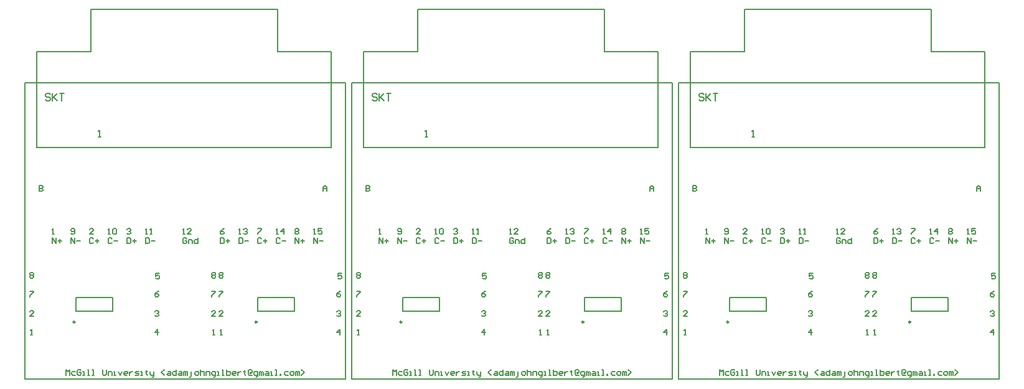
<source format=gto>
%FSLAX24Y24*%
%MOIN*%
G70*
G01*
G75*
G04 Layer_Color=65535*
%ADD10O,0.0236X0.0866*%
%ADD11C,0.0250*%
%ADD12C,0.1000*%
%ADD13C,0.0800*%
%ADD14R,0.0630X0.0630*%
%ADD15C,0.0630*%
%ADD16C,0.1700*%
%ADD17C,0.0098*%
%ADD18C,0.0080*%
%ADD19C,0.0079*%
%ADD20C,0.0050*%
D17*
X26015Y33505D02*
G03*
X26015Y33505I-49J0D01*
G01*
X16265D02*
G03*
X16265Y33505I-49J0D01*
G01*
X43515D02*
G03*
X43515Y33505I-49J0D01*
G01*
X33765D02*
G03*
X33765Y33505I-49J0D01*
G01*
X61015D02*
G03*
X61015Y33505I-49J0D01*
G01*
X51265D02*
G03*
X51265Y33505I-49J0D01*
G01*
D18*
X17110Y50233D02*
X27110D01*
X17110Y47983D02*
Y50233D01*
X14235Y47983D02*
X17110D01*
X14235Y42857D02*
Y47983D01*
Y42857D02*
X29985D01*
Y47983D01*
X27110D02*
X29985D01*
X27110D02*
Y50233D01*
X13600Y30450D02*
X30750D01*
X13600Y46300D02*
X30750D01*
Y30450D02*
Y46300D01*
X13600Y30450D02*
Y46300D01*
X17520Y43412D02*
X17645D01*
X17582D01*
Y43787D01*
X17520Y43725D01*
X14938Y45674D02*
X14875Y45736D01*
X14750D01*
X14688Y45674D01*
Y45611D01*
X14750Y45549D01*
X14875D01*
X14938Y45486D01*
Y45424D01*
X14875Y45361D01*
X14750D01*
X14688Y45424D01*
X15063Y45736D02*
Y45361D01*
Y45486D01*
X15313Y45736D01*
X15125Y45549D01*
X15313Y45361D01*
X15438Y45736D02*
X15688D01*
X15563D01*
Y45361D01*
X34610Y50233D02*
X44610D01*
X34610Y47983D02*
Y50233D01*
X31735Y47983D02*
X34610D01*
X31735Y42857D02*
Y47983D01*
Y42857D02*
X47485D01*
Y47983D01*
X44610D02*
X47485D01*
X44610D02*
Y50233D01*
X31100Y30450D02*
X48250D01*
X31100Y46300D02*
X48250D01*
Y30450D02*
Y46300D01*
X31100Y30450D02*
Y46300D01*
X35020Y43412D02*
X35145D01*
X35082D01*
Y43787D01*
X35020Y43725D01*
X32438Y45674D02*
X32375Y45736D01*
X32250D01*
X32188Y45674D01*
Y45611D01*
X32250Y45549D01*
X32375D01*
X32438Y45486D01*
Y45424D01*
X32375Y45361D01*
X32250D01*
X32188Y45424D01*
X32563Y45736D02*
Y45361D01*
Y45486D01*
X32813Y45736D01*
X32625Y45549D01*
X32813Y45361D01*
X32938Y45736D02*
X33188D01*
X33063D01*
Y45361D01*
X52110Y50233D02*
X62110D01*
X52110Y47983D02*
Y50233D01*
X49235Y47983D02*
X52110D01*
X49235Y42857D02*
Y47983D01*
Y42857D02*
X64985D01*
Y47983D01*
X62110D02*
X64985D01*
X62110D02*
Y50233D01*
X48600Y30450D02*
X65750D01*
X48600Y46300D02*
X65750D01*
Y30450D02*
Y46300D01*
X48600Y30450D02*
Y46300D01*
X52520Y43412D02*
X52645D01*
X52582D01*
Y43787D01*
X52520Y43725D01*
X49938Y45674D02*
X49875Y45736D01*
X49750D01*
X49688Y45674D01*
Y45611D01*
X49750Y45549D01*
X49875D01*
X49938Y45486D01*
Y45424D01*
X49875Y45361D01*
X49750D01*
X49688Y45424D01*
X50063Y45736D02*
Y45361D01*
Y45486D01*
X50313Y45736D01*
X50125Y45549D01*
X50313Y45361D01*
X50438Y45736D02*
X50688D01*
X50563D01*
Y45361D01*
D19*
X26066Y34096D02*
X28034D01*
X26066Y34804D02*
X28034D01*
X26066Y34096D02*
Y34804D01*
X28034Y34096D02*
Y34804D01*
X16316Y34096D02*
X18284D01*
X16316Y34804D02*
X18284D01*
X16316Y34096D02*
Y34804D01*
X18284Y34096D02*
Y34804D01*
X43566Y34096D02*
X45534D01*
X43566Y34804D02*
X45534D01*
X43566Y34096D02*
Y34804D01*
X45534Y34096D02*
Y34804D01*
X33816Y34096D02*
X35784D01*
X33816Y34804D02*
X35784D01*
X33816Y34096D02*
Y34804D01*
X35784Y34096D02*
Y34804D01*
X61066Y34096D02*
X63034D01*
X61066Y34804D02*
X63034D01*
X61066Y34096D02*
Y34804D01*
X63034Y34096D02*
Y34804D01*
X51316Y34096D02*
X53284D01*
X51316Y34804D02*
X53284D01*
X51316Y34096D02*
Y34804D01*
X53284Y34096D02*
Y34804D01*
D20*
X15050Y38200D02*
X15150D01*
X15100D01*
Y38500D01*
X15050Y38450D01*
X19050D02*
X19100Y38500D01*
X19200D01*
X19250Y38450D01*
Y38400D01*
X19200Y38350D01*
X19150D01*
X19200D01*
X19250Y38300D01*
Y38250D01*
X19200Y38200D01*
X19100D01*
X19050Y38250D01*
X16050D02*
X16100Y38200D01*
X16200D01*
X16250Y38250D01*
Y38450D01*
X16200Y38500D01*
X16100D01*
X16050Y38450D01*
Y38400D01*
X16100Y38350D01*
X16250D01*
X17250Y38200D02*
X17050D01*
X17250Y38400D01*
Y38450D01*
X17200Y38500D01*
X17100D01*
X17050Y38450D01*
X18050Y38200D02*
X18150D01*
X18100D01*
Y38500D01*
X18050Y38450D01*
X18300D02*
X18350Y38500D01*
X18450D01*
X18500Y38450D01*
Y38250D01*
X18450Y38200D01*
X18350D01*
X18300Y38250D01*
Y38450D01*
X20050Y38200D02*
X20150D01*
X20100D01*
Y38500D01*
X20050Y38450D01*
X20300Y38200D02*
X20400D01*
X20350D01*
Y38500D01*
X20300Y38450D01*
X22050Y38200D02*
X22150D01*
X22100D01*
Y38500D01*
X22050Y38450D01*
X22500Y38200D02*
X22300D01*
X22500Y38400D01*
Y38450D01*
X22450Y38500D01*
X22350D01*
X22300Y38450D01*
X24250Y38500D02*
X24150Y38450D01*
X24050Y38350D01*
Y38250D01*
X24100Y38200D01*
X24200D01*
X24250Y38250D01*
Y38300D01*
X24200Y38350D01*
X24050D01*
X25050Y38200D02*
X25150D01*
X25100D01*
Y38500D01*
X25050Y38450D01*
X25300D02*
X25350Y38500D01*
X25450D01*
X25500Y38450D01*
Y38400D01*
X25450Y38350D01*
X25400D01*
X25450D01*
X25500Y38300D01*
Y38250D01*
X25450Y38200D01*
X25350D01*
X25300Y38250D01*
X26050Y38500D02*
X26250D01*
Y38450D01*
X26050Y38250D01*
Y38200D01*
X27050D02*
X27150D01*
X27100D01*
Y38500D01*
X27050Y38450D01*
X27450Y38200D02*
Y38500D01*
X27300Y38350D01*
X27500D01*
X28050Y38450D02*
X28100Y38500D01*
X28200D01*
X28250Y38450D01*
Y38400D01*
X28200Y38350D01*
X28250Y38300D01*
Y38250D01*
X28200Y38200D01*
X28100D01*
X28050Y38250D01*
Y38300D01*
X28100Y38350D01*
X28050Y38400D01*
Y38450D01*
X28100Y38350D02*
X28200D01*
X29050Y38200D02*
X29150D01*
X29100D01*
Y38500D01*
X29050Y38450D01*
X29500Y38500D02*
X29300D01*
Y38350D01*
X29400Y38400D01*
X29450D01*
X29500Y38350D01*
Y38250D01*
X29450Y38200D01*
X29350D01*
X29300Y38250D01*
X29050Y37700D02*
Y38000D01*
X29250Y37700D01*
Y38000D01*
X29350Y37850D02*
X29550D01*
X28050Y37700D02*
Y38000D01*
X28250Y37700D01*
Y38000D01*
X28350Y37850D02*
X28550D01*
X28450Y37950D02*
Y37750D01*
X27250Y37950D02*
X27200Y38000D01*
X27100D01*
X27050Y37950D01*
Y37750D01*
X27100Y37700D01*
X27200D01*
X27250Y37750D01*
X27350Y37850D02*
X27550D01*
X26250Y37950D02*
X26200Y38000D01*
X26100D01*
X26050Y37950D01*
Y37750D01*
X26100Y37700D01*
X26200D01*
X26250Y37750D01*
X26350Y37850D02*
X26550D01*
X26450Y37950D02*
Y37750D01*
X25050Y38000D02*
Y37700D01*
X25200D01*
X25250Y37750D01*
Y37950D01*
X25200Y38000D01*
X25050D01*
X25350Y37850D02*
X25550D01*
X24050Y38000D02*
Y37700D01*
X24200D01*
X24250Y37750D01*
Y37950D01*
X24200Y38000D01*
X24050D01*
X24350Y37850D02*
X24550D01*
X24450Y37950D02*
Y37750D01*
X22250Y37950D02*
X22200Y38000D01*
X22100D01*
X22050Y37950D01*
Y37750D01*
X22100Y37700D01*
X22200D01*
X22250Y37750D01*
Y37850D01*
X22150D01*
X22350Y37700D02*
Y37900D01*
X22500D01*
X22550Y37850D01*
Y37700D01*
X22850Y38000D02*
Y37700D01*
X22700D01*
X22650Y37750D01*
Y37850D01*
X22700Y37900D01*
X22850D01*
X20050Y38000D02*
Y37700D01*
X20200D01*
X20250Y37750D01*
Y37950D01*
X20200Y38000D01*
X20050D01*
X20350Y37850D02*
X20550D01*
X18250Y37950D02*
X18200Y38000D01*
X18100D01*
X18050Y37950D01*
Y37750D01*
X18100Y37700D01*
X18200D01*
X18250Y37750D01*
X18350Y37850D02*
X18550D01*
X17250Y37950D02*
X17200Y38000D01*
X17100D01*
X17050Y37950D01*
Y37750D01*
X17100Y37700D01*
X17200D01*
X17250Y37750D01*
X17350Y37850D02*
X17550D01*
X17450Y37950D02*
Y37750D01*
X16050Y37700D02*
Y38000D01*
X16250Y37700D01*
Y38000D01*
X16350Y37850D02*
X16550D01*
X19050Y38000D02*
Y37700D01*
X19200D01*
X19250Y37750D01*
Y37950D01*
X19200Y38000D01*
X19050D01*
X19350Y37850D02*
X19550D01*
X19450Y37950D02*
Y37750D01*
X15050Y37700D02*
Y38000D01*
X15250Y37700D01*
Y38000D01*
X15350Y37850D02*
X15550D01*
X15450Y37950D02*
Y37750D01*
X14350Y40800D02*
Y40500D01*
X14500D01*
X14550Y40550D01*
Y40600D01*
X14500Y40650D01*
X14350D01*
X14500D01*
X14550Y40700D01*
Y40750D01*
X14500Y40800D01*
X14350D01*
X29550Y40500D02*
Y40700D01*
X29650Y40800D01*
X29750Y40700D01*
Y40500D01*
Y40650D01*
X29550D01*
X13900Y32800D02*
X14000D01*
X13950D01*
Y33100D01*
X13900Y33050D01*
X20700Y32800D02*
Y33100D01*
X20550Y32950D01*
X20750D01*
X13850Y36100D02*
X13900Y36150D01*
X14000D01*
X14050Y36100D01*
Y36050D01*
X14000Y36000D01*
X14050Y35950D01*
Y35900D01*
X14000Y35850D01*
X13900D01*
X13850Y35900D01*
Y35950D01*
X13900Y36000D01*
X13850Y36050D01*
Y36100D01*
X13900Y36000D02*
X14000D01*
X20800Y36100D02*
X20600D01*
Y35950D01*
X20700Y36000D01*
X20750D01*
X20800Y35950D01*
Y35850D01*
X20750Y35800D01*
X20650D01*
X20600Y35850D01*
X14050Y33800D02*
X13850D01*
X14050Y34000D01*
Y34050D01*
X14000Y34100D01*
X13900D01*
X13850Y34050D01*
X20550D02*
X20600Y34100D01*
X20700D01*
X20750Y34050D01*
Y34000D01*
X20700Y33950D01*
X20650D01*
X20700D01*
X20750Y33900D01*
Y33850D01*
X20700Y33800D01*
X20600D01*
X20550Y33850D01*
X20750Y35150D02*
X20650Y35100D01*
X20550Y35000D01*
Y34900D01*
X20600Y34850D01*
X20700D01*
X20750Y34900D01*
Y34950D01*
X20700Y35000D01*
X20550D01*
X13850Y35150D02*
X14050D01*
Y35100D01*
X13850Y34900D01*
Y34850D01*
X24050Y32800D02*
X24150D01*
X24100D01*
Y33100D01*
X24050Y33050D01*
X24000Y36100D02*
X24050Y36150D01*
X24150D01*
X24200Y36100D01*
Y36050D01*
X24150Y36000D01*
X24200Y35950D01*
Y35900D01*
X24150Y35850D01*
X24050D01*
X24000Y35900D01*
Y35950D01*
X24050Y36000D01*
X24000Y36050D01*
Y36100D01*
X24050Y36000D02*
X24150D01*
X24200Y33800D02*
X24000D01*
X24200Y34000D01*
Y34050D01*
X24150Y34100D01*
X24050D01*
X24000Y34050D01*
Y35150D02*
X24200D01*
Y35100D01*
X24000Y34900D01*
Y34850D01*
X23650Y32800D02*
X23750D01*
X23700D01*
Y33100D01*
X23650Y33050D01*
X23600Y36100D02*
X23650Y36150D01*
X23750D01*
X23800Y36100D01*
Y36050D01*
X23750Y36000D01*
X23800Y35950D01*
Y35900D01*
X23750Y35850D01*
X23650D01*
X23600Y35900D01*
Y35950D01*
X23650Y36000D01*
X23600Y36050D01*
Y36100D01*
X23650Y36000D02*
X23750D01*
X30450Y32800D02*
Y33100D01*
X30300Y32950D01*
X30500D01*
X30550Y36100D02*
X30350D01*
Y35950D01*
X30450Y36000D01*
X30500D01*
X30550Y35950D01*
Y35850D01*
X30500Y35800D01*
X30400D01*
X30350Y35850D01*
X23800Y33800D02*
X23600D01*
X23800Y34000D01*
Y34050D01*
X23750Y34100D01*
X23650D01*
X23600Y34050D01*
Y35150D02*
X23800D01*
Y35100D01*
X23600Y34900D01*
Y34850D01*
X30300Y34050D02*
X30350Y34100D01*
X30450D01*
X30500Y34050D01*
Y34000D01*
X30450Y33950D01*
X30400D01*
X30450D01*
X30500Y33900D01*
Y33850D01*
X30450Y33800D01*
X30350D01*
X30300Y33850D01*
X30500Y35150D02*
X30400Y35100D01*
X30300Y35000D01*
Y34900D01*
X30350Y34850D01*
X30450D01*
X30500Y34900D01*
Y34950D01*
X30450Y35000D01*
X30300D01*
X15800Y30650D02*
Y30950D01*
X15900Y30850D01*
X16000Y30950D01*
Y30650D01*
X16300Y30850D02*
X16150D01*
X16100Y30800D01*
Y30700D01*
X16150Y30650D01*
X16300D01*
X16600Y30900D02*
X16550Y30950D01*
X16450D01*
X16400Y30900D01*
Y30700D01*
X16450Y30650D01*
X16550D01*
X16600Y30700D01*
Y30800D01*
X16500D01*
X16700Y30650D02*
X16800D01*
X16750D01*
Y30850D01*
X16700D01*
X16950Y30650D02*
X17050D01*
X17000D01*
Y30950D01*
X16950D01*
X17200Y30650D02*
X17300D01*
X17250D01*
Y30950D01*
X17200D01*
X17749D02*
Y30700D01*
X17799Y30650D01*
X17899D01*
X17949Y30700D01*
Y30950D01*
X18049Y30650D02*
Y30850D01*
X18199D01*
X18249Y30800D01*
Y30650D01*
X18349D02*
X18449D01*
X18399D01*
Y30850D01*
X18349D01*
X18599D02*
X18699Y30650D01*
X18799Y30850D01*
X19049Y30650D02*
X18949D01*
X18899Y30700D01*
Y30800D01*
X18949Y30850D01*
X19049D01*
X19099Y30800D01*
Y30750D01*
X18899D01*
X19199Y30850D02*
Y30650D01*
Y30750D01*
X19249Y30800D01*
X19299Y30850D01*
X19349D01*
X19499Y30650D02*
X19649D01*
X19699Y30700D01*
X19649Y30750D01*
X19549D01*
X19499Y30800D01*
X19549Y30850D01*
X19699D01*
X19799Y30650D02*
X19899D01*
X19849D01*
Y30850D01*
X19799D01*
X20099Y30900D02*
Y30850D01*
X20049D01*
X20149D01*
X20099D01*
Y30700D01*
X20149Y30650D01*
X20299Y30850D02*
Y30700D01*
X20349Y30650D01*
X20498D01*
Y30600D01*
X20449Y30550D01*
X20399D01*
X20498Y30650D02*
Y30850D01*
X21048Y30650D02*
X20898Y30800D01*
X21048Y30950D01*
X21248Y30850D02*
X21348D01*
X21398Y30800D01*
Y30650D01*
X21248D01*
X21198Y30700D01*
X21248Y30750D01*
X21398D01*
X21698Y30950D02*
Y30650D01*
X21548D01*
X21498Y30700D01*
Y30800D01*
X21548Y30850D01*
X21698D01*
X21848D02*
X21948D01*
X21998Y30800D01*
Y30650D01*
X21848D01*
X21798Y30700D01*
X21848Y30750D01*
X21998D01*
X22098Y30650D02*
Y30850D01*
X22148D01*
X22198Y30800D01*
Y30650D01*
Y30800D01*
X22248Y30850D01*
X22298Y30800D01*
Y30650D01*
X22398Y30550D02*
X22448D01*
X22498Y30600D01*
Y30850D01*
X22748Y30650D02*
X22848D01*
X22898Y30700D01*
Y30800D01*
X22848Y30850D01*
X22748D01*
X22698Y30800D01*
Y30700D01*
X22748Y30650D01*
X22998Y30950D02*
Y30650D01*
Y30800D01*
X23048Y30850D01*
X23148D01*
X23198Y30800D01*
Y30650D01*
X23298D02*
Y30850D01*
X23448D01*
X23498Y30800D01*
Y30650D01*
X23697Y30550D02*
X23747D01*
X23797Y30600D01*
Y30850D01*
X23647D01*
X23597Y30800D01*
Y30700D01*
X23647Y30650D01*
X23797D01*
X23897D02*
X23997D01*
X23947D01*
Y30850D01*
X23897D01*
X24147Y30650D02*
X24247D01*
X24197D01*
Y30950D01*
X24147D01*
X24397D02*
Y30650D01*
X24547D01*
X24597Y30700D01*
Y30750D01*
Y30800D01*
X24547Y30850D01*
X24397D01*
X24847Y30650D02*
X24747D01*
X24697Y30700D01*
Y30800D01*
X24747Y30850D01*
X24847D01*
X24897Y30800D01*
Y30750D01*
X24697D01*
X24997Y30850D02*
Y30650D01*
Y30750D01*
X25047Y30800D01*
X25097Y30850D01*
X25147D01*
X25347Y30900D02*
Y30850D01*
X25297D01*
X25397D01*
X25347D01*
Y30700D01*
X25397Y30650D01*
X25697Y30750D02*
Y30800D01*
X25647D01*
Y30750D01*
X25697D01*
X25747Y30800D01*
Y30900D01*
X25697Y30950D01*
X25597D01*
X25547Y30900D01*
Y30700D01*
X25597Y30650D01*
X25747D01*
X25947Y30550D02*
X25997D01*
X26047Y30600D01*
Y30850D01*
X25897D01*
X25847Y30800D01*
Y30700D01*
X25897Y30650D01*
X26047D01*
X26147D02*
Y30850D01*
X26197D01*
X26247Y30800D01*
Y30650D01*
Y30800D01*
X26297Y30850D01*
X26347Y30800D01*
Y30650D01*
X26497Y30850D02*
X26597D01*
X26646Y30800D01*
Y30650D01*
X26497D01*
X26447Y30700D01*
X26497Y30750D01*
X26646D01*
X26746Y30650D02*
X26846D01*
X26796D01*
Y30850D01*
X26746D01*
X26996Y30650D02*
X27096D01*
X27046D01*
Y30950D01*
X26996D01*
X27246Y30650D02*
Y30700D01*
X27296D01*
Y30650D01*
X27246D01*
X27696Y30850D02*
X27546D01*
X27496Y30800D01*
Y30700D01*
X27546Y30650D01*
X27696D01*
X27846D02*
X27946D01*
X27996Y30700D01*
Y30800D01*
X27946Y30850D01*
X27846D01*
X27796Y30800D01*
Y30700D01*
X27846Y30650D01*
X28096D02*
Y30850D01*
X28146D01*
X28196Y30800D01*
Y30650D01*
Y30800D01*
X28246Y30850D01*
X28296Y30800D01*
Y30650D01*
X28396D02*
X28546Y30800D01*
X28396Y30950D01*
X32550Y38200D02*
X32650D01*
X32600D01*
Y38500D01*
X32550Y38450D01*
X36550D02*
X36600Y38500D01*
X36700D01*
X36750Y38450D01*
Y38400D01*
X36700Y38350D01*
X36650D01*
X36700D01*
X36750Y38300D01*
Y38250D01*
X36700Y38200D01*
X36600D01*
X36550Y38250D01*
X33550D02*
X33600Y38200D01*
X33700D01*
X33750Y38250D01*
Y38450D01*
X33700Y38500D01*
X33600D01*
X33550Y38450D01*
Y38400D01*
X33600Y38350D01*
X33750D01*
X34750Y38200D02*
X34550D01*
X34750Y38400D01*
Y38450D01*
X34700Y38500D01*
X34600D01*
X34550Y38450D01*
X35550Y38200D02*
X35650D01*
X35600D01*
Y38500D01*
X35550Y38450D01*
X35800D02*
X35850Y38500D01*
X35950D01*
X36000Y38450D01*
Y38250D01*
X35950Y38200D01*
X35850D01*
X35800Y38250D01*
Y38450D01*
X37550Y38200D02*
X37650D01*
X37600D01*
Y38500D01*
X37550Y38450D01*
X37800Y38200D02*
X37900D01*
X37850D01*
Y38500D01*
X37800Y38450D01*
X39550Y38200D02*
X39650D01*
X39600D01*
Y38500D01*
X39550Y38450D01*
X40000Y38200D02*
X39800D01*
X40000Y38400D01*
Y38450D01*
X39950Y38500D01*
X39850D01*
X39800Y38450D01*
X41750Y38500D02*
X41650Y38450D01*
X41550Y38350D01*
Y38250D01*
X41600Y38200D01*
X41700D01*
X41750Y38250D01*
Y38300D01*
X41700Y38350D01*
X41550D01*
X42550Y38200D02*
X42650D01*
X42600D01*
Y38500D01*
X42550Y38450D01*
X42800D02*
X42850Y38500D01*
X42950D01*
X43000Y38450D01*
Y38400D01*
X42950Y38350D01*
X42900D01*
X42950D01*
X43000Y38300D01*
Y38250D01*
X42950Y38200D01*
X42850D01*
X42800Y38250D01*
X43550Y38500D02*
X43750D01*
Y38450D01*
X43550Y38250D01*
Y38200D01*
X44550D02*
X44650D01*
X44600D01*
Y38500D01*
X44550Y38450D01*
X44950Y38200D02*
Y38500D01*
X44800Y38350D01*
X45000D01*
X45550Y38450D02*
X45600Y38500D01*
X45700D01*
X45750Y38450D01*
Y38400D01*
X45700Y38350D01*
X45750Y38300D01*
Y38250D01*
X45700Y38200D01*
X45600D01*
X45550Y38250D01*
Y38300D01*
X45600Y38350D01*
X45550Y38400D01*
Y38450D01*
X45600Y38350D02*
X45700D01*
X46550Y38200D02*
X46650D01*
X46600D01*
Y38500D01*
X46550Y38450D01*
X47000Y38500D02*
X46800D01*
Y38350D01*
X46900Y38400D01*
X46950D01*
X47000Y38350D01*
Y38250D01*
X46950Y38200D01*
X46850D01*
X46800Y38250D01*
X46550Y37700D02*
Y38000D01*
X46750Y37700D01*
Y38000D01*
X46850Y37850D02*
X47050D01*
X45550Y37700D02*
Y38000D01*
X45750Y37700D01*
Y38000D01*
X45850Y37850D02*
X46050D01*
X45950Y37950D02*
Y37750D01*
X44750Y37950D02*
X44700Y38000D01*
X44600D01*
X44550Y37950D01*
Y37750D01*
X44600Y37700D01*
X44700D01*
X44750Y37750D01*
X44850Y37850D02*
X45050D01*
X43750Y37950D02*
X43700Y38000D01*
X43600D01*
X43550Y37950D01*
Y37750D01*
X43600Y37700D01*
X43700D01*
X43750Y37750D01*
X43850Y37850D02*
X44050D01*
X43950Y37950D02*
Y37750D01*
X42550Y38000D02*
Y37700D01*
X42700D01*
X42750Y37750D01*
Y37950D01*
X42700Y38000D01*
X42550D01*
X42850Y37850D02*
X43050D01*
X41550Y38000D02*
Y37700D01*
X41700D01*
X41750Y37750D01*
Y37950D01*
X41700Y38000D01*
X41550D01*
X41850Y37850D02*
X42050D01*
X41950Y37950D02*
Y37750D01*
X39750Y37950D02*
X39700Y38000D01*
X39600D01*
X39550Y37950D01*
Y37750D01*
X39600Y37700D01*
X39700D01*
X39750Y37750D01*
Y37850D01*
X39650D01*
X39850Y37700D02*
Y37900D01*
X40000D01*
X40050Y37850D01*
Y37700D01*
X40350Y38000D02*
Y37700D01*
X40200D01*
X40150Y37750D01*
Y37850D01*
X40200Y37900D01*
X40350D01*
X37550Y38000D02*
Y37700D01*
X37700D01*
X37750Y37750D01*
Y37950D01*
X37700Y38000D01*
X37550D01*
X37850Y37850D02*
X38050D01*
X35750Y37950D02*
X35700Y38000D01*
X35600D01*
X35550Y37950D01*
Y37750D01*
X35600Y37700D01*
X35700D01*
X35750Y37750D01*
X35850Y37850D02*
X36050D01*
X34750Y37950D02*
X34700Y38000D01*
X34600D01*
X34550Y37950D01*
Y37750D01*
X34600Y37700D01*
X34700D01*
X34750Y37750D01*
X34850Y37850D02*
X35050D01*
X34950Y37950D02*
Y37750D01*
X33550Y37700D02*
Y38000D01*
X33750Y37700D01*
Y38000D01*
X33850Y37850D02*
X34050D01*
X36550Y38000D02*
Y37700D01*
X36700D01*
X36750Y37750D01*
Y37950D01*
X36700Y38000D01*
X36550D01*
X36850Y37850D02*
X37050D01*
X36950Y37950D02*
Y37750D01*
X32550Y37700D02*
Y38000D01*
X32750Y37700D01*
Y38000D01*
X32850Y37850D02*
X33050D01*
X32950Y37950D02*
Y37750D01*
X31850Y40800D02*
Y40500D01*
X32000D01*
X32050Y40550D01*
Y40600D01*
X32000Y40650D01*
X31850D01*
X32000D01*
X32050Y40700D01*
Y40750D01*
X32000Y40800D01*
X31850D01*
X47050Y40500D02*
Y40700D01*
X47150Y40800D01*
X47250Y40700D01*
Y40500D01*
Y40650D01*
X47050D01*
X31400Y32800D02*
X31500D01*
X31450D01*
Y33100D01*
X31400Y33050D01*
X38200Y32800D02*
Y33100D01*
X38050Y32950D01*
X38250D01*
X31350Y36100D02*
X31400Y36150D01*
X31500D01*
X31550Y36100D01*
Y36050D01*
X31500Y36000D01*
X31550Y35950D01*
Y35900D01*
X31500Y35850D01*
X31400D01*
X31350Y35900D01*
Y35950D01*
X31400Y36000D01*
X31350Y36050D01*
Y36100D01*
X31400Y36000D02*
X31500D01*
X38300Y36100D02*
X38100D01*
Y35950D01*
X38200Y36000D01*
X38250D01*
X38300Y35950D01*
Y35850D01*
X38250Y35800D01*
X38150D01*
X38100Y35850D01*
X31550Y33800D02*
X31350D01*
X31550Y34000D01*
Y34050D01*
X31500Y34100D01*
X31400D01*
X31350Y34050D01*
X38050D02*
X38100Y34100D01*
X38200D01*
X38250Y34050D01*
Y34000D01*
X38200Y33950D01*
X38150D01*
X38200D01*
X38250Y33900D01*
Y33850D01*
X38200Y33800D01*
X38100D01*
X38050Y33850D01*
X38250Y35150D02*
X38150Y35100D01*
X38050Y35000D01*
Y34900D01*
X38100Y34850D01*
X38200D01*
X38250Y34900D01*
Y34950D01*
X38200Y35000D01*
X38050D01*
X31350Y35150D02*
X31550D01*
Y35100D01*
X31350Y34900D01*
Y34850D01*
X41550Y32800D02*
X41650D01*
X41600D01*
Y33100D01*
X41550Y33050D01*
X41500Y36100D02*
X41550Y36150D01*
X41650D01*
X41700Y36100D01*
Y36050D01*
X41650Y36000D01*
X41700Y35950D01*
Y35900D01*
X41650Y35850D01*
X41550D01*
X41500Y35900D01*
Y35950D01*
X41550Y36000D01*
X41500Y36050D01*
Y36100D01*
X41550Y36000D02*
X41650D01*
X41700Y33800D02*
X41500D01*
X41700Y34000D01*
Y34050D01*
X41650Y34100D01*
X41550D01*
X41500Y34050D01*
Y35150D02*
X41700D01*
Y35100D01*
X41500Y34900D01*
Y34850D01*
X41150Y32800D02*
X41250D01*
X41200D01*
Y33100D01*
X41150Y33050D01*
X41100Y36100D02*
X41150Y36150D01*
X41250D01*
X41300Y36100D01*
Y36050D01*
X41250Y36000D01*
X41300Y35950D01*
Y35900D01*
X41250Y35850D01*
X41150D01*
X41100Y35900D01*
Y35950D01*
X41150Y36000D01*
X41100Y36050D01*
Y36100D01*
X41150Y36000D02*
X41250D01*
X47950Y32800D02*
Y33100D01*
X47800Y32950D01*
X48000D01*
X48050Y36100D02*
X47850D01*
Y35950D01*
X47950Y36000D01*
X48000D01*
X48050Y35950D01*
Y35850D01*
X48000Y35800D01*
X47900D01*
X47850Y35850D01*
X41300Y33800D02*
X41100D01*
X41300Y34000D01*
Y34050D01*
X41250Y34100D01*
X41150D01*
X41100Y34050D01*
Y35150D02*
X41300D01*
Y35100D01*
X41100Y34900D01*
Y34850D01*
X47800Y34050D02*
X47850Y34100D01*
X47950D01*
X48000Y34050D01*
Y34000D01*
X47950Y33950D01*
X47900D01*
X47950D01*
X48000Y33900D01*
Y33850D01*
X47950Y33800D01*
X47850D01*
X47800Y33850D01*
X48000Y35150D02*
X47900Y35100D01*
X47800Y35000D01*
Y34900D01*
X47850Y34850D01*
X47950D01*
X48000Y34900D01*
Y34950D01*
X47950Y35000D01*
X47800D01*
X33300Y30650D02*
Y30950D01*
X33400Y30850D01*
X33500Y30950D01*
Y30650D01*
X33800Y30850D02*
X33650D01*
X33600Y30800D01*
Y30700D01*
X33650Y30650D01*
X33800D01*
X34100Y30900D02*
X34050Y30950D01*
X33950D01*
X33900Y30900D01*
Y30700D01*
X33950Y30650D01*
X34050D01*
X34100Y30700D01*
Y30800D01*
X34000D01*
X34200Y30650D02*
X34300D01*
X34250D01*
Y30850D01*
X34200D01*
X34450Y30650D02*
X34550D01*
X34500D01*
Y30950D01*
X34450D01*
X34700Y30650D02*
X34800D01*
X34750D01*
Y30950D01*
X34700D01*
X35249D02*
Y30700D01*
X35299Y30650D01*
X35399D01*
X35449Y30700D01*
Y30950D01*
X35549Y30650D02*
Y30850D01*
X35699D01*
X35749Y30800D01*
Y30650D01*
X35849D02*
X35949D01*
X35899D01*
Y30850D01*
X35849D01*
X36099D02*
X36199Y30650D01*
X36299Y30850D01*
X36549Y30650D02*
X36449D01*
X36399Y30700D01*
Y30800D01*
X36449Y30850D01*
X36549D01*
X36599Y30800D01*
Y30750D01*
X36399D01*
X36699Y30850D02*
Y30650D01*
Y30750D01*
X36749Y30800D01*
X36799Y30850D01*
X36849D01*
X36999Y30650D02*
X37149D01*
X37199Y30700D01*
X37149Y30750D01*
X37049D01*
X36999Y30800D01*
X37049Y30850D01*
X37199D01*
X37299Y30650D02*
X37399D01*
X37349D01*
Y30850D01*
X37299D01*
X37599Y30900D02*
Y30850D01*
X37549D01*
X37649D01*
X37599D01*
Y30700D01*
X37649Y30650D01*
X37799Y30850D02*
Y30700D01*
X37849Y30650D01*
X37998D01*
Y30600D01*
X37949Y30550D01*
X37899D01*
X37998Y30650D02*
Y30850D01*
X38548Y30650D02*
X38398Y30800D01*
X38548Y30950D01*
X38748Y30850D02*
X38848D01*
X38898Y30800D01*
Y30650D01*
X38748D01*
X38698Y30700D01*
X38748Y30750D01*
X38898D01*
X39198Y30950D02*
Y30650D01*
X39048D01*
X38998Y30700D01*
Y30800D01*
X39048Y30850D01*
X39198D01*
X39348D02*
X39448D01*
X39498Y30800D01*
Y30650D01*
X39348D01*
X39298Y30700D01*
X39348Y30750D01*
X39498D01*
X39598Y30650D02*
Y30850D01*
X39648D01*
X39698Y30800D01*
Y30650D01*
Y30800D01*
X39748Y30850D01*
X39798Y30800D01*
Y30650D01*
X39898Y30550D02*
X39948D01*
X39998Y30600D01*
Y30850D01*
X40248Y30650D02*
X40348D01*
X40398Y30700D01*
Y30800D01*
X40348Y30850D01*
X40248D01*
X40198Y30800D01*
Y30700D01*
X40248Y30650D01*
X40498Y30950D02*
Y30650D01*
Y30800D01*
X40548Y30850D01*
X40648D01*
X40698Y30800D01*
Y30650D01*
X40798D02*
Y30850D01*
X40948D01*
X40998Y30800D01*
Y30650D01*
X41197Y30550D02*
X41247D01*
X41297Y30600D01*
Y30850D01*
X41147D01*
X41097Y30800D01*
Y30700D01*
X41147Y30650D01*
X41297D01*
X41397D02*
X41497D01*
X41447D01*
Y30850D01*
X41397D01*
X41647Y30650D02*
X41747D01*
X41697D01*
Y30950D01*
X41647D01*
X41897D02*
Y30650D01*
X42047D01*
X42097Y30700D01*
Y30750D01*
Y30800D01*
X42047Y30850D01*
X41897D01*
X42347Y30650D02*
X42247D01*
X42197Y30700D01*
Y30800D01*
X42247Y30850D01*
X42347D01*
X42397Y30800D01*
Y30750D01*
X42197D01*
X42497Y30850D02*
Y30650D01*
Y30750D01*
X42547Y30800D01*
X42597Y30850D01*
X42647D01*
X42847Y30900D02*
Y30850D01*
X42797D01*
X42897D01*
X42847D01*
Y30700D01*
X42897Y30650D01*
X43197Y30750D02*
Y30800D01*
X43147D01*
Y30750D01*
X43197D01*
X43247Y30800D01*
Y30900D01*
X43197Y30950D01*
X43097D01*
X43047Y30900D01*
Y30700D01*
X43097Y30650D01*
X43247D01*
X43447Y30550D02*
X43497D01*
X43547Y30600D01*
Y30850D01*
X43397D01*
X43347Y30800D01*
Y30700D01*
X43397Y30650D01*
X43547D01*
X43647D02*
Y30850D01*
X43697D01*
X43747Y30800D01*
Y30650D01*
Y30800D01*
X43797Y30850D01*
X43847Y30800D01*
Y30650D01*
X43997Y30850D02*
X44097D01*
X44146Y30800D01*
Y30650D01*
X43997D01*
X43947Y30700D01*
X43997Y30750D01*
X44146D01*
X44246Y30650D02*
X44346D01*
X44296D01*
Y30850D01*
X44246D01*
X44496Y30650D02*
X44596D01*
X44546D01*
Y30950D01*
X44496D01*
X44746Y30650D02*
Y30700D01*
X44796D01*
Y30650D01*
X44746D01*
X45196Y30850D02*
X45046D01*
X44996Y30800D01*
Y30700D01*
X45046Y30650D01*
X45196D01*
X45346D02*
X45446D01*
X45496Y30700D01*
Y30800D01*
X45446Y30850D01*
X45346D01*
X45296Y30800D01*
Y30700D01*
X45346Y30650D01*
X45596D02*
Y30850D01*
X45646D01*
X45696Y30800D01*
Y30650D01*
Y30800D01*
X45746Y30850D01*
X45796Y30800D01*
Y30650D01*
X45896D02*
X46046Y30800D01*
X45896Y30950D01*
X50050Y38200D02*
X50150D01*
X50100D01*
Y38500D01*
X50050Y38450D01*
X54050D02*
X54100Y38500D01*
X54200D01*
X54250Y38450D01*
Y38400D01*
X54200Y38350D01*
X54150D01*
X54200D01*
X54250Y38300D01*
Y38250D01*
X54200Y38200D01*
X54100D01*
X54050Y38250D01*
X51050D02*
X51100Y38200D01*
X51200D01*
X51250Y38250D01*
Y38450D01*
X51200Y38500D01*
X51100D01*
X51050Y38450D01*
Y38400D01*
X51100Y38350D01*
X51250D01*
X52250Y38200D02*
X52050D01*
X52250Y38400D01*
Y38450D01*
X52200Y38500D01*
X52100D01*
X52050Y38450D01*
X53050Y38200D02*
X53150D01*
X53100D01*
Y38500D01*
X53050Y38450D01*
X53300D02*
X53350Y38500D01*
X53450D01*
X53500Y38450D01*
Y38250D01*
X53450Y38200D01*
X53350D01*
X53300Y38250D01*
Y38450D01*
X55050Y38200D02*
X55150D01*
X55100D01*
Y38500D01*
X55050Y38450D01*
X55300Y38200D02*
X55400D01*
X55350D01*
Y38500D01*
X55300Y38450D01*
X57050Y38200D02*
X57150D01*
X57100D01*
Y38500D01*
X57050Y38450D01*
X57500Y38200D02*
X57300D01*
X57500Y38400D01*
Y38450D01*
X57450Y38500D01*
X57350D01*
X57300Y38450D01*
X59250Y38500D02*
X59150Y38450D01*
X59050Y38350D01*
Y38250D01*
X59100Y38200D01*
X59200D01*
X59250Y38250D01*
Y38300D01*
X59200Y38350D01*
X59050D01*
X60050Y38200D02*
X60150D01*
X60100D01*
Y38500D01*
X60050Y38450D01*
X60300D02*
X60350Y38500D01*
X60450D01*
X60500Y38450D01*
Y38400D01*
X60450Y38350D01*
X60400D01*
X60450D01*
X60500Y38300D01*
Y38250D01*
X60450Y38200D01*
X60350D01*
X60300Y38250D01*
X61050Y38500D02*
X61250D01*
Y38450D01*
X61050Y38250D01*
Y38200D01*
X62050D02*
X62150D01*
X62100D01*
Y38500D01*
X62050Y38450D01*
X62450Y38200D02*
Y38500D01*
X62300Y38350D01*
X62500D01*
X63050Y38450D02*
X63100Y38500D01*
X63200D01*
X63250Y38450D01*
Y38400D01*
X63200Y38350D01*
X63250Y38300D01*
Y38250D01*
X63200Y38200D01*
X63100D01*
X63050Y38250D01*
Y38300D01*
X63100Y38350D01*
X63050Y38400D01*
Y38450D01*
X63100Y38350D02*
X63200D01*
X64050Y38200D02*
X64150D01*
X64100D01*
Y38500D01*
X64050Y38450D01*
X64500Y38500D02*
X64300D01*
Y38350D01*
X64400Y38400D01*
X64450D01*
X64500Y38350D01*
Y38250D01*
X64450Y38200D01*
X64350D01*
X64300Y38250D01*
X64050Y37700D02*
Y38000D01*
X64250Y37700D01*
Y38000D01*
X64350Y37850D02*
X64550D01*
X63050Y37700D02*
Y38000D01*
X63250Y37700D01*
Y38000D01*
X63350Y37850D02*
X63550D01*
X63450Y37950D02*
Y37750D01*
X62250Y37950D02*
X62200Y38000D01*
X62100D01*
X62050Y37950D01*
Y37750D01*
X62100Y37700D01*
X62200D01*
X62250Y37750D01*
X62350Y37850D02*
X62550D01*
X61250Y37950D02*
X61200Y38000D01*
X61100D01*
X61050Y37950D01*
Y37750D01*
X61100Y37700D01*
X61200D01*
X61250Y37750D01*
X61350Y37850D02*
X61550D01*
X61450Y37950D02*
Y37750D01*
X60050Y38000D02*
Y37700D01*
X60200D01*
X60250Y37750D01*
Y37950D01*
X60200Y38000D01*
X60050D01*
X60350Y37850D02*
X60550D01*
X59050Y38000D02*
Y37700D01*
X59200D01*
X59250Y37750D01*
Y37950D01*
X59200Y38000D01*
X59050D01*
X59350Y37850D02*
X59550D01*
X59450Y37950D02*
Y37750D01*
X57250Y37950D02*
X57200Y38000D01*
X57100D01*
X57050Y37950D01*
Y37750D01*
X57100Y37700D01*
X57200D01*
X57250Y37750D01*
Y37850D01*
X57150D01*
X57350Y37700D02*
Y37900D01*
X57500D01*
X57550Y37850D01*
Y37700D01*
X57850Y38000D02*
Y37700D01*
X57700D01*
X57650Y37750D01*
Y37850D01*
X57700Y37900D01*
X57850D01*
X55050Y38000D02*
Y37700D01*
X55200D01*
X55250Y37750D01*
Y37950D01*
X55200Y38000D01*
X55050D01*
X55350Y37850D02*
X55550D01*
X53250Y37950D02*
X53200Y38000D01*
X53100D01*
X53050Y37950D01*
Y37750D01*
X53100Y37700D01*
X53200D01*
X53250Y37750D01*
X53350Y37850D02*
X53550D01*
X52250Y37950D02*
X52200Y38000D01*
X52100D01*
X52050Y37950D01*
Y37750D01*
X52100Y37700D01*
X52200D01*
X52250Y37750D01*
X52350Y37850D02*
X52550D01*
X52450Y37950D02*
Y37750D01*
X51050Y37700D02*
Y38000D01*
X51250Y37700D01*
Y38000D01*
X51350Y37850D02*
X51550D01*
X54050Y38000D02*
Y37700D01*
X54200D01*
X54250Y37750D01*
Y37950D01*
X54200Y38000D01*
X54050D01*
X54350Y37850D02*
X54550D01*
X54450Y37950D02*
Y37750D01*
X50050Y37700D02*
Y38000D01*
X50250Y37700D01*
Y38000D01*
X50350Y37850D02*
X50550D01*
X50450Y37950D02*
Y37750D01*
X49350Y40800D02*
Y40500D01*
X49500D01*
X49550Y40550D01*
Y40600D01*
X49500Y40650D01*
X49350D01*
X49500D01*
X49550Y40700D01*
Y40750D01*
X49500Y40800D01*
X49350D01*
X64550Y40500D02*
Y40700D01*
X64650Y40800D01*
X64750Y40700D01*
Y40500D01*
Y40650D01*
X64550D01*
X48900Y32800D02*
X49000D01*
X48950D01*
Y33100D01*
X48900Y33050D01*
X55700Y32800D02*
Y33100D01*
X55550Y32950D01*
X55750D01*
X48850Y36100D02*
X48900Y36150D01*
X49000D01*
X49050Y36100D01*
Y36050D01*
X49000Y36000D01*
X49050Y35950D01*
Y35900D01*
X49000Y35850D01*
X48900D01*
X48850Y35900D01*
Y35950D01*
X48900Y36000D01*
X48850Y36050D01*
Y36100D01*
X48900Y36000D02*
X49000D01*
X55800Y36100D02*
X55600D01*
Y35950D01*
X55700Y36000D01*
X55750D01*
X55800Y35950D01*
Y35850D01*
X55750Y35800D01*
X55650D01*
X55600Y35850D01*
X49050Y33800D02*
X48850D01*
X49050Y34000D01*
Y34050D01*
X49000Y34100D01*
X48900D01*
X48850Y34050D01*
X55550D02*
X55600Y34100D01*
X55700D01*
X55750Y34050D01*
Y34000D01*
X55700Y33950D01*
X55650D01*
X55700D01*
X55750Y33900D01*
Y33850D01*
X55700Y33800D01*
X55600D01*
X55550Y33850D01*
X55750Y35150D02*
X55650Y35100D01*
X55550Y35000D01*
Y34900D01*
X55600Y34850D01*
X55700D01*
X55750Y34900D01*
Y34950D01*
X55700Y35000D01*
X55550D01*
X48850Y35150D02*
X49050D01*
Y35100D01*
X48850Y34900D01*
Y34850D01*
X59050Y32800D02*
X59150D01*
X59100D01*
Y33100D01*
X59050Y33050D01*
X59000Y36100D02*
X59050Y36150D01*
X59150D01*
X59200Y36100D01*
Y36050D01*
X59150Y36000D01*
X59200Y35950D01*
Y35900D01*
X59150Y35850D01*
X59050D01*
X59000Y35900D01*
Y35950D01*
X59050Y36000D01*
X59000Y36050D01*
Y36100D01*
X59050Y36000D02*
X59150D01*
X59200Y33800D02*
X59000D01*
X59200Y34000D01*
Y34050D01*
X59150Y34100D01*
X59050D01*
X59000Y34050D01*
Y35150D02*
X59200D01*
Y35100D01*
X59000Y34900D01*
Y34850D01*
X58650Y32800D02*
X58750D01*
X58700D01*
Y33100D01*
X58650Y33050D01*
X58600Y36100D02*
X58650Y36150D01*
X58750D01*
X58800Y36100D01*
Y36050D01*
X58750Y36000D01*
X58800Y35950D01*
Y35900D01*
X58750Y35850D01*
X58650D01*
X58600Y35900D01*
Y35950D01*
X58650Y36000D01*
X58600Y36050D01*
Y36100D01*
X58650Y36000D02*
X58750D01*
X65450Y32800D02*
Y33100D01*
X65300Y32950D01*
X65500D01*
X65550Y36100D02*
X65350D01*
Y35950D01*
X65450Y36000D01*
X65500D01*
X65550Y35950D01*
Y35850D01*
X65500Y35800D01*
X65400D01*
X65350Y35850D01*
X58800Y33800D02*
X58600D01*
X58800Y34000D01*
Y34050D01*
X58750Y34100D01*
X58650D01*
X58600Y34050D01*
Y35150D02*
X58800D01*
Y35100D01*
X58600Y34900D01*
Y34850D01*
X65300Y34050D02*
X65350Y34100D01*
X65450D01*
X65500Y34050D01*
Y34000D01*
X65450Y33950D01*
X65400D01*
X65450D01*
X65500Y33900D01*
Y33850D01*
X65450Y33800D01*
X65350D01*
X65300Y33850D01*
X65500Y35150D02*
X65400Y35100D01*
X65300Y35000D01*
Y34900D01*
X65350Y34850D01*
X65450D01*
X65500Y34900D01*
Y34950D01*
X65450Y35000D01*
X65300D01*
X50800Y30650D02*
Y30950D01*
X50900Y30850D01*
X51000Y30950D01*
Y30650D01*
X51300Y30850D02*
X51150D01*
X51100Y30800D01*
Y30700D01*
X51150Y30650D01*
X51300D01*
X51600Y30900D02*
X51550Y30950D01*
X51450D01*
X51400Y30900D01*
Y30700D01*
X51450Y30650D01*
X51550D01*
X51600Y30700D01*
Y30800D01*
X51500D01*
X51700Y30650D02*
X51800D01*
X51750D01*
Y30850D01*
X51700D01*
X51950Y30650D02*
X52050D01*
X52000D01*
Y30950D01*
X51950D01*
X52200Y30650D02*
X52300D01*
X52250D01*
Y30950D01*
X52200D01*
X52749D02*
Y30700D01*
X52799Y30650D01*
X52899D01*
X52949Y30700D01*
Y30950D01*
X53049Y30650D02*
Y30850D01*
X53199D01*
X53249Y30800D01*
Y30650D01*
X53349D02*
X53449D01*
X53399D01*
Y30850D01*
X53349D01*
X53599D02*
X53699Y30650D01*
X53799Y30850D01*
X54049Y30650D02*
X53949D01*
X53899Y30700D01*
Y30800D01*
X53949Y30850D01*
X54049D01*
X54099Y30800D01*
Y30750D01*
X53899D01*
X54199Y30850D02*
Y30650D01*
Y30750D01*
X54249Y30800D01*
X54299Y30850D01*
X54349D01*
X54499Y30650D02*
X54649D01*
X54699Y30700D01*
X54649Y30750D01*
X54549D01*
X54499Y30800D01*
X54549Y30850D01*
X54699D01*
X54799Y30650D02*
X54899D01*
X54849D01*
Y30850D01*
X54799D01*
X55099Y30900D02*
Y30850D01*
X55049D01*
X55149D01*
X55099D01*
Y30700D01*
X55149Y30650D01*
X55299Y30850D02*
Y30700D01*
X55349Y30650D01*
X55498D01*
Y30600D01*
X55448Y30550D01*
X55399D01*
X55498Y30650D02*
Y30850D01*
X56048Y30650D02*
X55898Y30800D01*
X56048Y30950D01*
X56248Y30850D02*
X56348D01*
X56398Y30800D01*
Y30650D01*
X56248D01*
X56198Y30700D01*
X56248Y30750D01*
X56398D01*
X56698Y30950D02*
Y30650D01*
X56548D01*
X56498Y30700D01*
Y30800D01*
X56548Y30850D01*
X56698D01*
X56848D02*
X56948D01*
X56998Y30800D01*
Y30650D01*
X56848D01*
X56798Y30700D01*
X56848Y30750D01*
X56998D01*
X57098Y30650D02*
Y30850D01*
X57148D01*
X57198Y30800D01*
Y30650D01*
Y30800D01*
X57248Y30850D01*
X57298Y30800D01*
Y30650D01*
X57398Y30550D02*
X57448D01*
X57498Y30600D01*
Y30850D01*
X57748Y30650D02*
X57848D01*
X57898Y30700D01*
Y30800D01*
X57848Y30850D01*
X57748D01*
X57698Y30800D01*
Y30700D01*
X57748Y30650D01*
X57998Y30950D02*
Y30650D01*
Y30800D01*
X58048Y30850D01*
X58148D01*
X58198Y30800D01*
Y30650D01*
X58298D02*
Y30850D01*
X58448D01*
X58498Y30800D01*
Y30650D01*
X58697Y30550D02*
X58747D01*
X58797Y30600D01*
Y30850D01*
X58647D01*
X58597Y30800D01*
Y30700D01*
X58647Y30650D01*
X58797D01*
X58897D02*
X58997D01*
X58947D01*
Y30850D01*
X58897D01*
X59147Y30650D02*
X59247D01*
X59197D01*
Y30950D01*
X59147D01*
X59397D02*
Y30650D01*
X59547D01*
X59597Y30700D01*
Y30750D01*
Y30800D01*
X59547Y30850D01*
X59397D01*
X59847Y30650D02*
X59747D01*
X59697Y30700D01*
Y30800D01*
X59747Y30850D01*
X59847D01*
X59897Y30800D01*
Y30750D01*
X59697D01*
X59997Y30850D02*
Y30650D01*
Y30750D01*
X60047Y30800D01*
X60097Y30850D01*
X60147D01*
X60347Y30900D02*
Y30850D01*
X60297D01*
X60397D01*
X60347D01*
Y30700D01*
X60397Y30650D01*
X60697Y30750D02*
Y30800D01*
X60647D01*
Y30750D01*
X60697D01*
X60747Y30800D01*
Y30900D01*
X60697Y30950D01*
X60597D01*
X60547Y30900D01*
Y30700D01*
X60597Y30650D01*
X60747D01*
X60947Y30550D02*
X60997D01*
X61047Y30600D01*
Y30850D01*
X60897D01*
X60847Y30800D01*
Y30700D01*
X60897Y30650D01*
X61047D01*
X61147D02*
Y30850D01*
X61197D01*
X61247Y30800D01*
Y30650D01*
Y30800D01*
X61297Y30850D01*
X61347Y30800D01*
Y30650D01*
X61497Y30850D02*
X61597D01*
X61646Y30800D01*
Y30650D01*
X61497D01*
X61447Y30700D01*
X61497Y30750D01*
X61646D01*
X61746Y30650D02*
X61846D01*
X61796D01*
Y30850D01*
X61746D01*
X61996Y30650D02*
X62096D01*
X62046D01*
Y30950D01*
X61996D01*
X62246Y30650D02*
Y30700D01*
X62296D01*
Y30650D01*
X62246D01*
X62696Y30850D02*
X62546D01*
X62496Y30800D01*
Y30700D01*
X62546Y30650D01*
X62696D01*
X62846D02*
X62946D01*
X62996Y30700D01*
Y30800D01*
X62946Y30850D01*
X62846D01*
X62796Y30800D01*
Y30700D01*
X62846Y30650D01*
X63096D02*
Y30850D01*
X63146D01*
X63196Y30800D01*
Y30650D01*
Y30800D01*
X63246Y30850D01*
X63296Y30800D01*
Y30650D01*
X63396D02*
X63546Y30800D01*
X63396Y30950D01*
M02*

</source>
